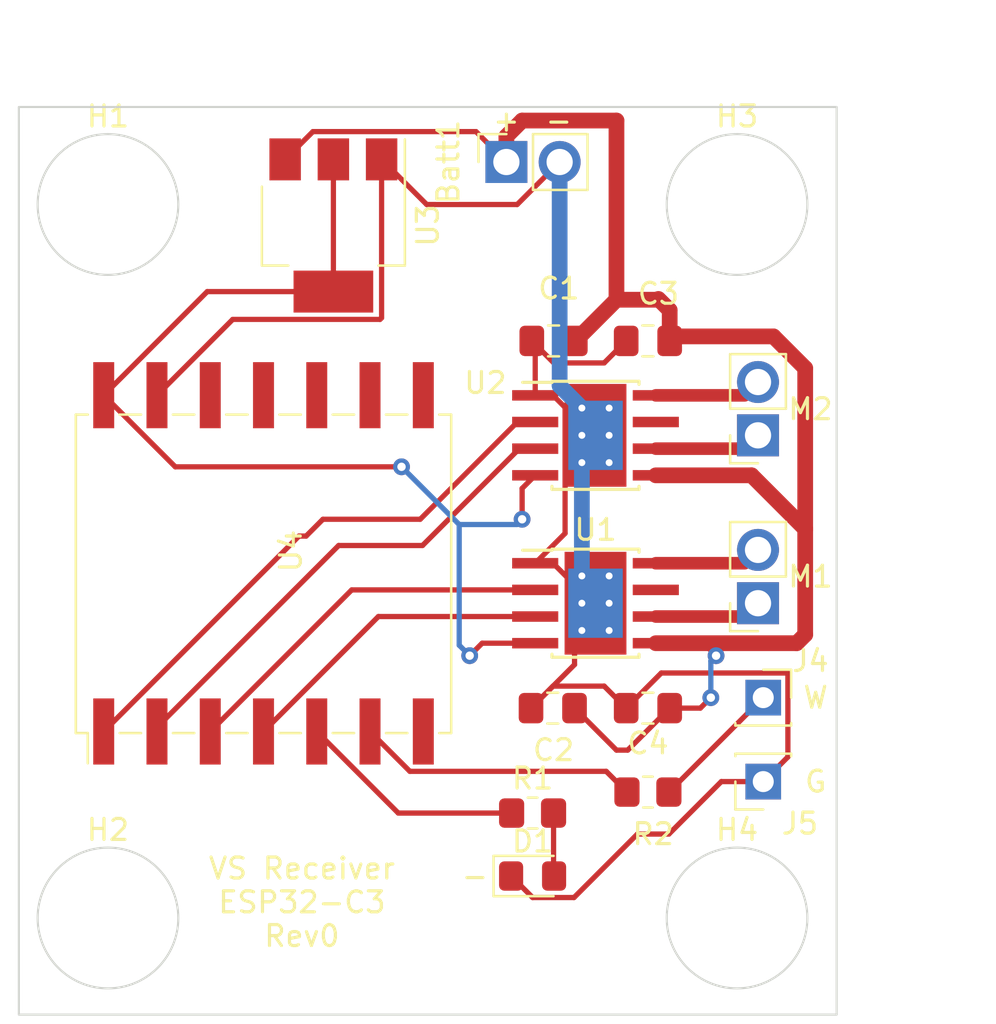
<source format=kicad_pcb>
(kicad_pcb (version 20211014) (generator pcbnew)
  (layers (0 "F.Cu" signal) (31 "B.Cu" signal) (34 "B.Paste" user) (35 "F.Paste" user) (36 "B.SilkS" user "B.Silkscreen") (37 "F.SilkS" user "F.Silkscreen") (38 "B.Mask" user) (39 "F.Mask" user) (44 "Edge.Cuts" user))
  (net 0 "")
  (net 1 "+12V")
  (net 2 "GND")
  (net 3 "Net-(D1-Pad2)")
  (net 4 "Net-(M1-Pad1)")
  (net 5 "Net-(M1-Pad2)")
  (net 6 "Net-(M2-Pad1)")
  (net 7 "Net-(M2-Pad2)")
  (net 8 "Net-(J4-Pad1)")
  (net 9 "Net-(R1-Pad1)")
  (net 10 "Net-(R2-Pad1)")
  (net 11 "Net-(U1-Pad2)")
  (net 12 "Net-(U1-Pad3)")
  (net 13 "+3V3")
  (net 14 "Net-(U2-Pad2)")
  (net 15 "Net-(U2-Pad3)")
  (footprint "MountingHole:MountingHole_3.2mm_M3" (layer "F.Cu") (at 180.75 115)
    (fp_text reference "H4" (at 0 -4.2) (layer "F.SilkS"))
    (fp_text value "MountingHole")
    (pad "" np_thru_hole circle (at 0 0) (size 3.2 3.2) (drill 3.2) (layers *.Cu *.Mask))
  )
  (footprint "Espressif:ESP32-C3" (layer "F.Cu") (at 159.9675 97.5125 90)
    (fp_text reference "U4" (at 0 -0.5 90 unlocked) (layer "F.SilkS"))
    (fp_text value "ESP32-C3-MINI-1")
    (fp_line (start 6.5 -6.12) (end 6.5 -5.1) (layer "F.SilkS") (width 0.12))
    (fp_line (start -8.675 4.04) (end -8.675 5.06) (layer "F.SilkS") (width 0.12))
    (fp_line (start -10.115 -10.18) (end -8.675 -10.18) (layer "F.SilkS") (width 0.12))
    (fp_line (start -8.675 -6.12) (end -8.675 -5.1) (layer "F.SilkS") (width 0.12))
    (fp_line (start 6.5 -1.04) (end 6.5 -0.02) (layer "F.SilkS") (width 0.12))
    (fp_line (start -8.675 -1.04) (end -8.675 -0.02) (layer "F.SilkS") (width 0.12))
    (fp_line (start -8.675 -10.75) (end -8.675 -10.18) (layer "F.SilkS") (width 0.12))
    (fp_line (start 6.5 6.58) (end 6.5 7.15) (layer "F.SilkS") (width 0.12))
    (fp_line (start 6.5 -3.58) (end 6.5 -2.56) (layer "F.SilkS") (width 0.12))
    (fp_line (start -8.675 1.5) (end -8.675 2.52) (layer "F.SilkS") (width 0.12))
    (fp_line (start -8.675 -10.75) (end 6.5 -10.75) (layer "F.SilkS") (width 0.12))
    (fp_line (start 6.5 -8.66) (end 6.5 -7.64) (layer "F.SilkS") (width 0.12))
    (fp_line (start 6.5 -10.75) (end 6.5 -10.18) (layer "F.SilkS") (width 0.12))
    (fp_line (start -8.675 6.58) (end -8.675 7.15) (layer "F.SilkS") (width 0.12))
    (fp_line (start 6.5 1.5) (end 6.5 2.52) (layer "F.SilkS") (width 0.12))
    (fp_line (start -8.675 -3.58) (end -8.675 -2.56) (layer "F.SilkS") (width 0.12))
    (fp_line (start 6.5 4.04) (end 6.5 5.06) (layer "F.SilkS") (width 0.12))
    (fp_line (start -8.675 -8.66) (end -8.675 -7.64) (layer "F.SilkS") (width 0.12))
    (fp_line (start -8.675 7.15) (end 6.5 7.15) (layer "F.SilkS") (width 0.12))
    (pad "1" smd rect (at 7.425 -6.88 90) (size 3.15 1) (layers "F.Cu" "F.Paste" "F.Mask") (net 2 "GND"))
    (pad "3" smd rect (at 7.425 -9.42 90) (size 3.15 1) (layers "F.Cu" "F.Paste" "F.Mask") (net 13 "+3V3"))
    (pad "5" smd rect (at -8.6 -4.34 90) (size 3.15 1) (layers "F.Cu" "F.Paste" "F.Mask") (net 11 "Net-(U1-Pad2)"))
    (pad "6" smd rect (at -8.6 -1.8 90) (size 3.15 1) (layers "F.Cu" "F.Paste" "F.Mask") (net 12 "Net-(U1-Pad3)"))
    (pad "12" smd rect (at -8.6 -9.42 90) (size 3.15 1) (layers "F.Cu" "F.Paste" "F.Mask") (net 14 "Net-(U2-Pad2)"))
    (pad "13" smd rect (at -8.6 -6.88 90) (size 3.15 1) (layers "F.Cu" "F.Paste" "F.Mask") (net 15 "Net-(U2-Pad3)"))
    (pad "16" smd rect (at 7.425 -1.8 90) (size 3.15 1) (layers "F.Cu" "F.Paste" "F.Mask"))
    (pad "18" smd rect (at -8.6 0.74 90) (size 3.15 1) (layers "F.Cu" "F.Paste" "F.Mask") (net 9 "Net-(R1-Pad1)"))
    (pad "19" smd rect (at -8.6 3.28 90) (size 3.15 1) (layers "F.Cu" "F.Paste" "F.Mask") (net 10 "Net-(R2-Pad1)"))
    (pad "20" smd rect (at -8.6 5.82 90) (size 3.15 1) (layers "F.Cu" "F.Paste" "F.Mask"))
    (pad "21" smd rect (at 7.425 5.82 90) (size 3.15 1) (layers "F.Cu" "F.Paste" "F.Mask"))
    (pad "22" smd rect (at 7.425 3.28 90) (size 3.15 1) (layers "F.Cu" "F.Paste" "F.Mask"))
    (pad "23" smd rect (at 7.425 0.74 90) (size 3.15 1) (layers "F.Cu" "F.Paste" "F.Mask"))
    (pad "35" smd rect (at 7.425 -4.34 90) (size 3.15 1) (layers "F.Cu" "F.Paste" "F.Mask"))
  )
  (footprint "Capacitor_SMD:C_0805_2012Metric_Pad1.18x1.45mm_HandSolder" (layer "F.Cu") (at 176.5 87.5 180)
    (fp_text reference "C3" (at -0.5 2.25) (layer "F.SilkS"))
    (fp_text value "47 uF")
    (fp_line (start -0.261252 -0.735) (end 0.261252 -0.735) (layer "F.SilkS") (width 0.12))
    (fp_line (start -0.261252 0.735) (end 0.261252 0.735) (layer "F.SilkS") (width 0.12))
    (pad "1" smd roundrect (at -1.0375 0 180) (size 1.175 1.45) (layers "F.Cu" "F.Paste" "F.Mask") (roundrect_rratio 0.2127659574) (net 1 "+12V"))
    (pad "2" smd roundrect (at 1.0375 0 180) (size 1.175 1.45) (layers "F.Cu" "F.Paste" "F.Mask") (roundrect_rratio 0.2127659574) (net 2 "GND"))
  )
  (footprint "MountingHole:MountingHole_3.2mm_M3" (layer "F.Cu") (at 180.75 81)
    (fp_text reference "H3" (at 0 -4.2) (layer "F.SilkS"))
    (fp_text value "MountingHole")
    (pad "" np_thru_hole circle (at 0 0) (size 3.2 3.2) (drill 3.2) (layers *.Cu *.Mask))
  )
  (footprint "Capacitor_SMD:C_0805_2012Metric_Pad1.18x1.45mm_HandSolder" (layer "F.Cu") (at 171.9625 105 180)
    (fp_text reference "C2" (at -0.0375 -2) (layer "F.SilkS"))
    (fp_text value "0.1 uF")
    (fp_line (start -0.261252 -0.735) (end 0.261252 -0.735) (layer "F.SilkS") (width 0.12))
    (fp_line (start -0.261252 0.735) (end 0.261252 0.735) (layer "F.SilkS") (width 0.12))
    (pad "1" smd roundrect (at -1.0375 0 180) (size 1.175 1.45) (layers "F.Cu" "F.Paste" "F.Mask") (roundrect_rratio 0.2127659574) (net 1 "+12V"))
    (pad "2" smd roundrect (at 1.0375 0 180) (size 1.175 1.45) (layers "F.Cu" "F.Paste" "F.Mask") (roundrect_rratio 0.2127659574) (net 2 "GND"))
  )
  (footprint "Resistor_SMD:R_0805_2012Metric_Pad1.20x1.40mm_HandSolder" (layer "F.Cu") (at 176.5 109)
    (fp_text reference "R2" (at 0.25 2) (layer "F.SilkS"))
    (fp_text value "200 ohm")
    (fp_line (start -0.227064 0.735) (end 0.227064 0.735) (layer "F.SilkS") (width 0.12))
    (fp_line (start -0.227064 -0.735) (end 0.227064 -0.735) (layer "F.SilkS") (width 0.12))
    (pad "1" smd roundrect (at -1 0) (size 1.2 1.4) (layers "F.Cu" "F.Paste" "F.Mask") (roundrect_rratio 0.2083333333) (net 10 "Net-(R2-Pad1)"))
    (pad "2" smd roundrect (at 1 0) (size 1.2 1.4) (layers "F.Cu" "F.Paste" "F.Mask") (roundrect_rratio 0.2083333333) (net 8 "Net-(J4-Pad1)"))
  )
  (footprint "Resistor_SMD:R_0805_2012Metric_Pad1.20x1.40mm_HandSolder" (layer "F.Cu") (at 171 110)
    (fp_text reference "R1" (at 0 -1.65) (layer "F.SilkS"))
    (fp_text value "680 ohm")
    (fp_line (start -0.227064 -0.735) (end 0.227064 -0.735) (layer "F.SilkS") (width 0.12))
    (fp_line (start -0.227064 0.735) (end 0.227064 0.735) (layer "F.SilkS") (width 0.12))
    (pad "1" smd roundrect (at -1 0) (size 1.2 1.4) (layers "F.Cu" "F.Paste" "F.Mask") (roundrect_rratio 0.2083333333) (net 9 "Net-(R1-Pad1)"))
    (pad "2" smd roundrect (at 1 0) (size 1.2 1.4) (layers "F.Cu" "F.Paste" "F.Mask") (roundrect_rratio 0.2083333333) (net 3 "Net-(D1-Pad2)"))
  )
  (footprint "Package_TO_SOT_SMD:SOT-223-3_TabPin2" (layer "F.Cu") (at 161.5 82 -90)
    (fp_text reference "U3" (at 0 -4.5 90) (layer "F.SilkS"))
    (fp_text value "AMS1117-3.3")
    (fp_line (start 1.91 -3.41) (end 1.91 -2.15) (layer "F.SilkS") (width 0.12))
    (fp_line (start -4.1 -3.41) (end 1.91 -3.41) (layer "F.SilkS") (width 0.12))
    (fp_line (start -1.85 3.41) (end 1.91 3.41) (layer "F.SilkS") (width 0.12))
    (fp_line (start 1.91 3.41) (end 1.91 2.15) (layer "F.SilkS") (width 0.12))
    (pad "1" smd rect (at -3.15 -2.3 270) (size 2 1.5) (layers "F.Cu" "F.Paste" "F.Mask") (net 2 "GND"))
    (pad "2" smd rect (at 3.15 0 270) (size 2 3.8) (layers "F.Cu" "F.Paste" "F.Mask") (net 13 "+3V3"))
    (pad "2" smd rect (at -3.15 0 270) (size 2 1.5) (layers "F.Cu" "F.Paste" "F.Mask") (net 13 "+3V3"))
    (pad "3" smd rect (at -3.15 2.3 270) (size 2 1.5) (layers "F.Cu" "F.Paste" "F.Mask") (net 1 "+12V"))
  )
  (footprint "Connector_PinSocket_2.54mm:PinSocket_1x01_P2.54mm_Vertical" (layer "F.Cu") (at 182 108.5 180)
    (fp_text reference "J5" (at -1.75 -2) (layer "F.SilkS"))
    (fp_text value "Conn_01x01_Female-weapon")
    (fp_line (start -1.33 1.33) (end 1.33 1.33) (layer "F.SilkS") (width 0.12))
    (fp_line (start 1.33 1.21) (end 1.33 1.33) (layer "F.SilkS") (width 0.12))
    (fp_line (start 1.33 -1.33) (end 1.33 0) (layer "F.SilkS") (width 0.12))
    (fp_line (start -1.33 1.21) (end -1.33 1.33) (layer "F.SilkS") (width 0.12))
    (fp_line (start 0 -1.33) (end 1.33 -1.33) (layer "F.SilkS") (width 0.12))
    (pad "1" thru_hole rect (at 0 0 180) (size 1.7 1.7) (drill 1) (layers *.Cu *.Mask) (net 2 "GND"))
  )
  (footprint "Connector_PinSocket_2.54mm:PinSocket_1x02_P2.54mm_Vertical" (layer "F.Cu") (at 181.75 100 180)
    (fp_text reference "M1" (at -2.5 1.27) (layer "F.SilkS"))
    (fp_text value "Conn_01x02_Female")
    (fp_line (start -1.33 1.27) (end -1.33 3.87) (layer "F.SilkS") (width 0.12))
    (fp_line (start 1.33 1.27) (end 1.33 3.87) (layer "F.SilkS") (width 0.12))
    (fp_line (start 0 -1.33) (end 1.33 -1.33) (layer "F.SilkS") (width 0.12))
    (fp_line (start -1.33 3.87) (end 1.33 3.87) (layer "F.SilkS") (width 0.12))
    (fp_line (start 1.33 -1.33) (end 1.33 0) (layer "F.SilkS") (width 0.12))
    (fp_line (start -1.33 1.27) (end 1.33 1.27) (layer "F.SilkS") (width 0.12))
    (pad "1" thru_hole rect (at 0 0 180) (size 2 2) (drill 1.25) (layers *.Cu *.Mask) (net 4 "Net-(M1-Pad1)"))
    (pad "2" thru_hole oval (at 0 2.54 180) (size 2 2) (drill 1.25) (layers *.Cu *.Mask) (net 5 "Net-(M1-Pad2)"))
  )
  (footprint "Capacitor_SMD:C_0805_2012Metric_Pad1.18x1.45mm_HandSolder" (layer "F.Cu") (at 176.5 105 180)
    (fp_text reference "C4" (at 0 -1.68) (layer "F.SilkS"))
    (fp_text value "47uF")
    (fp_line (start -0.261252 0.735) (end 0.261252 0.735) (layer "F.SilkS") (width 0.12))
    (fp_line (start -0.261252 -0.735) (end 0.261252 -0.735) (layer "F.SilkS") (width 0.12))
    (pad "1" smd roundrect (at -1.0375 0 180) (size 1.175 1.45) (layers "F.Cu" "F.Paste" "F.Mask") (roundrect_rratio 0.2127659574) (net 1 "+12V"))
    (pad "2" smd roundrect (at 1.0375 0 180) (size 1.175 1.45) (layers "F.Cu" "F.Paste" "F.Mask") (roundrect_rratio 0.2127659574) (net 2 "GND"))
  )
  (footprint "MountingHole:MountingHole_3.2mm_M3" (layer "F.Cu") (at 150.75 115)
    (fp_text reference "H2" (at 0 -4.2) (layer "F.SilkS"))
    (fp_text value "MountingHole")
    (pad "" np_thru_hole circle (at 0 0) (size 3.2 3.2) (drill 3.2) (layers *.Cu *.Mask))
  )
  (footprint "MountingHole:MountingHole_3.2mm_M3" (layer "F.Cu") (at 150.75 81)
    (fp_text reference "H1" (at 0 -4.2) (layer "F.SilkS"))
    (fp_text value "MountingHole")
    (pad "" np_thru_hole circle (at 0 0) (size 3.2 3.2) (drill 3.2) (layers *.Cu *.Mask))
  )
  (footprint "Connector_PinSocket_2.54mm:PinSocket_1x01_P2.54mm_Vertical" (layer "F.Cu") (at 182 104.5)
    (fp_text reference "J4" (at 2.25 -1.75) (layer "F.SilkS"))
    (fp_text value "Conn_01x01_Female-weapon")
    (fp_line (start 0 -1.33) (end 1.33 -1.33) (layer "F.SilkS") (width 0.12))
    (fp_line (start -1.33 1.33) (end 1.33 1.33) (layer "F.SilkS") (width 0.12))
    (fp_line (start 1.33 1.21) (end 1.33 1.33) (layer "F.SilkS") (width 0.12))
    (fp_line (start -1.33 1.21) (end -1.33 1.33) (layer "F.SilkS") (width 0.12))
    (fp_line (start 1.33 -1.33) (end 1.33 0) (layer "F.SilkS") (width 0.12))
    (pad "1" thru_hole rect (at 0 0) (size 1.7 1.7) (drill 1) (layers *.Cu *.Mask) (net 8 "Net-(J4-Pad1)"))
  )
  (footprint "Connector_PinSocket_2.54mm:PinSocket_1x02_P2.54mm_Vertical" (layer "F.Cu") (at 181.75 92 180)
    (fp_text reference "M2" (at -2.5 1.25) (layer "F.SilkS"))
    (fp_text value "Conn_01x02_Female")
    (fp_line (start -1.33 1.27) (end -1.33 3.87) (layer "F.SilkS") (width 0.12))
    (fp_line (start -1.33 3.87) (end 1.33 3.87) (layer "F.SilkS") (width 0.12))
    (fp_line (start 0 -1.33) (end 1.33 -1.33) (layer "F.SilkS") (width 0.12))
    (fp_line (start -1.33 1.27) (end 1.33 1.27) (layer "F.SilkS") (width 0.12))
    (fp_line (start 1.33 1.27) (end 1.33 3.87) (layer "F.SilkS") (width 0.12))
    (fp_line (start 1.33 -1.33) (end 1.33 0) (layer "F.SilkS") (width 0.12))
    (pad "1" thru_hole rect (at 0 0 180) (size 2 2) (drill 1.25) (layers *.Cu *.Mask) (net 6 "Net-(M2-Pad1)"))
    (pad "2" thru_hole oval (at 0 2.54 180) (size 2 2) (drill 1.25) (layers *.Cu *.Mask) (net 7 "Net-(M2-Pad2)"))
  )
  (footprint "Package_SO:Texas_HTSOP-8-1EP_3.9x4.9mm_P1.27mm_EP2.95x4.9mm_Mask2.4x3.1mm_ThermalVias" (layer "F.Cu") (at 174 100)
    (fp_text reference "U1" (at 0 -3.5) (layer "F.SilkS"))
    (fp_text value "DRV8870DDA")
    (fp_line (start -2.075 2.575) (end -2.075 2.43) (layer "F.SilkS") (width 0.15))
    (fp_line (start 2.075 2.575) (end 2.075 2.43) (layer "F.SilkS") (width 0.15))
    (fp_line (start -2.075 -2.575) (end -2.075 -2.525) (layer "F.SilkS") (width 0.15))
    (fp_line (start -2.075 2.575) (end 2.075 2.575) (layer "F.SilkS") (width 0.15))
    (fp_line (start -2.075 -2.525) (end -3.475 -2.525) (layer "F.SilkS") (width 0.15))
    (fp_line (start -2.075 -2.575) (end 2.075 -2.575) (layer "F.SilkS") (width 0.15))
    (fp_line (start 2.075 -2.575) (end 2.075 -2.43) (layer "F.SilkS") (width 0.15))
    (pad "1" smd rect (at -2.875 -1.905) (size 2.2 0.5) (layers "F.Cu" "F.Paste" "F.Mask") (net 2 "GND"))
    (pad "2" smd rect (at -2.875 -0.635) (size 2.2 0.5) (layers "F.Cu" "F.Paste" "F.Mask") (net 11 "Net-(U1-Pad2)"))
    (pad "3" smd rect (at -2.875 0.635) (size 2.2 0.5) (layers "F.Cu" "F.Paste" "F.Mask") (net 12 "Net-(U1-Pad3)"))
    (pad "4" smd rect (at -2.875 1.905) (size 2.2 0.5) (layers "F.Cu" "F.Paste" "F.Mask") (net 13 "+3V3"))
    (pad "5" smd rect (at 2.875 1.905) (size 2.2 0.5) (layers "F.Cu" "F.Paste" "F.Mask") (net 1 "+12V"))
    (pad "6" smd rect (at 2.875 0.635) (size 2.2 0.5) (layers "F.Cu" "F.Paste" "F.Mask") (net 4 "Net-(M1-Pad1)"))
    (pad "7" smd rect (at 2.875 -0.635) (size 2.2 0.5) (layers "F.Cu" "F.Paste" "F.Mask") (net 2 "GND"))
    (pad "8" smd rect (at 2.875 -1.905) (size 2.2 0.5) (layers "F.Cu" "F.Paste" "F.Mask") (net 5 "Net-(M1-Pad2)"))
    (pad "9" thru_hole circle (at 0.65 1.3) (size 0.63 0.63) (drill 0.33) (layers *.Cu *.Mask) (net 2 "GND"))
    (pad "9" smd rect (at 0 0) (size 2.6 3.3) (layers "B.Cu") (net 2 "GND"))
    (pad "9" thru_hole circle (at -0.65 0) (size 0.63 0.63) (drill 0.33) (layers *.Cu *.Mask) (net 2 "GND"))
    (pad "9" thru_hole circle (at 0.65 0) (size 0.63 0.63) (drill 0.33) (layers *.Cu *.Mask) (net 2 "GND"))
    (pad "9" thru_hole circle (at 0.65 -1.3) (size 0.63 0.63) (drill 0.33) (layers *.Cu *.Mask) (net 2 "GND"))
    (pad "9" smd rect (at 0 0) (size 2.95 4.9) (layers "F.Cu") (net 2 "GND"))
    (pad "9" thru_hole circle (at -0.65 -1.3) (size 0.63 0.63) (drill 0.33) (layers *.Cu *.Mask) (net 2 "GND"))
    (pad "9" thru_hole circle (at -0.65 1.3) (size 0.63 0.63) (drill 0.33) (layers *.Cu *.Mask) (net 2 "GND"))
  )
  (footprint "LED_SMD:LED_0805_2012Metric_Pad1.15x1.40mm_HandSolder" (layer "F.Cu") (at 171 113)
    (fp_text reference "D1" (at 0 -1.65) (layer "F.SilkS"))
    (fp_text value "LED")
    (fp_line (start -1.86 -0.96) (end -1.86 0.96) (layer "F.SilkS") (width 0.12))
    (fp_line (start -1.86 0.96) (end 1 0.96) (layer "F.SilkS") (width 0.12))
    (fp_line (start 1 -0.96) (end -1.86 -0.96) (layer "F.SilkS") (width 0.12))
    (pad "1" smd roundrect (at -1.025 0) (size 1.15 1.4) (layers "F.Cu" "F.Paste" "F.Mask") (roundrect_rratio 0.2173913043) (net 2 "GND"))
    (pad "2" smd roundrect (at 1.025 0) (size 1.15 1.4) (layers "F.Cu" "F.Paste" "F.Mask") (roundrect_rratio 0.2173913043) (net 3 "Net-(D1-Pad2)"))
  )
  (footprint "Package_SO:Texas_HTSOP-8-1EP_3.9x4.9mm_P1.27mm_EP2.95x4.9mm_Mask2.4x3.1mm_ThermalVias" (layer "F.Cu") (at 174 92)
    (fp_text reference "U2" (at -5.25 -2.5) (layer "F.SilkS"))
    (fp_text value "DRV8870DDA")
    (fp_line (start 2.075 -2.575) (end 2.075 -2.43) (layer "F.SilkS") (width 0.15))
    (fp_line (start -2.075 2.575) (end -2.075 2.43) (layer "F.SilkS") (width 0.15))
    (fp_line (start 2.075 2.575) (end 2.075 2.43) (layer "F.SilkS") (width 0.15))
    (fp_line (start -2.075 -2.525) (end -3.475 -2.525) (layer "F.SilkS") (width 0.15))
    (fp_line (start -2.075 2.575) (end 2.075 2.575) (layer "F.SilkS") (width 0.15))
    (fp_line (start -2.075 -2.575) (end -2.075 -2.525) (layer "F.SilkS") (width 0.15))
    (fp_line (start -2.075 -2.575) (end 2.075 -2.575) (layer "F.SilkS") (width 0.15))
    (pad "1" smd rect (at -2.875 -1.905) (size 2.2 0.5) (layers "F.Cu" "F.Paste" "F.Mask") (net 2 "GND"))
    (pad "2" smd rect (at -2.875 -0.635) (size 2.2 0.5) (layers "F.Cu" "F.Paste" "F.Mask") (net 14 "Net-(U2-Pad2)"))
    (pad "3" smd rect (at -2.875 0.635) (size 2.2 0.5) (layers "F.Cu" "F.Paste" "F.Mask") (net 15 "Net-(U2-Pad3)"))
    (pad "4" smd rect (at -2.875 1.905) (size 2.2 0.5) (layers "F.Cu" "F.Paste" "F.Mask") (net 13 "+3V3"))
    (pad "5" smd rect (at 2.875 1.905) (size 2.2 0.5) (layers "F.Cu" "F.Paste" "F.Mask") (net 1 "+12V"))
    (pad "6" smd rect (at 2.875 0.635) (size 2.2 0.5) (layers "F.Cu" "F.Paste" "F.Mask") (net 6 "Net-(M2-Pad1)"))
    (pad "7" smd rect (at 2.875 -0.635) (size 2.2 0.5) (layers "F.Cu" "F.Paste" "F.Mask") (net 2 "GND"))
    (pad "8" smd rect (at 2.875 -1.905) (size 2.2 0.5) (layers "F.Cu" "F.Paste" "F.Mask") (net 7 "Net-(M2-Pad2)"))
    (pad "9" thru_hole circle (at 0.65 1.3) (size 0.63 0.63) (drill 0.33) (layers *.Cu *.Mask) (net 2 "GND"))
    (pad "9" smd rect (at 0 0) (size 2.6 3.3) (layers "B.Cu") (net 2 "GND"))
    (pad "9" thru_hole circle (at -0.65 0) (size 0.63 0.63) (drill 0.33) (layers *.Cu *.Mask) (net 2 "GND"))
    (pad "9" thru_hole circle (at -0.65 -1.3) (size 0.63 0.63) (drill 0.33) (layers *.Cu *.Mask) (net 2 "GND"))
    (pad "9" thru_hole circle (at -0.65 1.3) (size 0.63 0.63) (drill 0.33) (layers *.Cu *.Mask) (net 2 "GND"))
    (pad "9" smd rect (at 0 0) (size 2.95 4.9) (layers "F.Cu") (net 2 "GND"))
    (pad "9" thru_hole circle (at 0.65 -1.3) (size 0.63 0.63) (drill 0.33) (layers *.Cu *.Mask) (net 2 "GND"))
    (pad "9" thru_hole circle (at 0.65 0) (size 0.63 0.63) (drill 0.33) (layers *.Cu *.Mask) (net 2 "GND"))
  )
  (footprint "Connector_PinSocket_2.54mm:PinSocket_1x02_P2.54mm_Vertical" (layer "F.Cu") (at 169.75 78.975 90)
    (fp_text reference "Batt1" (at 0 -2.77 90) (layer "F.SilkS"))
    (fp_text value "Conn_01x02_Female")
    (fp_line (start -1.33 1.27) (end -1.33 3.87) (layer "F.SilkS") (width 0.12))
    (fp_line (start -1.33 1.27) (end 1.33 1.27) (layer "F.SilkS") (width 0.12))
    (fp_line (start 0 -1.33) (end 1.33 -1.33) (layer "F.SilkS") (width 0.12))
    (fp_line (start 1.33 1.27) (end 1.33 3.87) (layer "F.SilkS") (width 0.12))
    (fp_line (start -1.33 3.87) (end 1.33 3.87) (layer "F.SilkS") (width 0.12))
    (fp_line (start 1.33 -1.33) (end 1.33 0) (layer "F.SilkS") (width 0.12))
    (pad "1" thru_hole rect (at 0 0 90) (size 2 2) (drill 1.25) (layers *.Cu *.Mask) (net 1 "+12V"))
    (pad "2" thru_hole oval (at 0 2.54 90) (size 2 2) (drill 1.25) (layers *.Cu *.Mask) (net 2 "GND"))
  )
  (footprint "Capacitor_SMD:C_0805_2012Metric_Pad1.18x1.45mm_HandSolder" (layer "F.Cu") (at 172 87.5 180)
    (fp_text reference "C1" (at -0.25 2.5) (layer "F.SilkS"))
    (fp_text value ".1 uF")
    (fp_line (start -0.261252 0.735) (end 0.261252 0.735) (layer "F.SilkS") (width 0.12))
    (fp_line (start -0.261252 -0.735) (end 0.261252 -0.735) (layer "F.SilkS") (width 0.12))
    (pad "1" smd roundrect (at -1.0375 0 180) (size 1.175 1.45) (layers "F.Cu" "F.Paste" "F.Mask") (roundrect_rratio 0.2127659574) (net 1 "+12V"))
    (pad "2" smd roundrect (at 1.0375 0 180) (size 1.175 1.45) (layers "F.Cu" "F.Paste" "F.Mask") (roundrect_rratio 0.2127659574) (net 2 "GND"))
  )
  (gr_circle (center 150.75 115) (end 153.75 116.5) (layer "Edge.Cuts") (width 0.1) (fill none))
  (gr_rect (start 146.5 76.354101) (end 185.5 119.604101) (layer "Edge.Cuts") (width 0.1) (fill none))
  (gr_circle (center 180.75 81) (end 183.75 82.5) (layer "Edge.Cuts") (width 0.1) (fill none))
  (gr_circle (center 150.75 81) (end 153.75 82.5) (layer "Edge.Cuts") (width 0.1) (fill none))
  (gr_circle (center 180.75 115) (end 183.75 116.5) (layer "Edge.Cuts") (width 0.1) (fill none))
  (gr_text "-" (at 172.25 77) (layer "F.SilkS") (effects (font (size 1 1))))
  (gr_text "G" (at 184.5 108.5) (layer "F.SilkS") (effects (font (size 1 1))))
  (gr_text "+" (at 169.75 77) (layer "F.SilkS") (effects (font (size 1 1))))
  (gr_text "VS Receiver\nESP32-C3\nRev0" (at 160 114.25) (layer "F.SilkS") (effects (font (size 1 1))))
  (gr_text "W" (at 184.5 104.5) (layer "F.SilkS") (effects (font (size 1 1))))
  (gr_text "-" (at 168.25 113) (layer "F.SilkS") (effects (font (size 1 1))))
  (segment (start 173 105) (end 175 107) (width 0.25) (layer "F.Cu") (net 1))
  (segment (start 173.0375 87.5) (end 175 85.5375) (width 0.75) (layer "F.Cu") (net 1))
  (segment (start 184 88.79899) (end 184 96.460978) (width 0.75) (layer "F.Cu") (net 1))
  (segment (start 177 85.5) (end 177.5375 86.0375) (width 0.75) (layer "F.Cu") (net 1))
  (segment (start 160.524511 77.525489) (end 159.2 78.85) (width 0.25) (layer "F.Cu") (net 1))
  (segment (start 179.75 102.5) (end 179.155 101.905) (width 0.25) (layer "F.Cu") (net 1))
  (segment (start 179.155 101.905) (end 176.875 101.905) (width 0.25) (layer "F.Cu") (net 1))
  (segment (start 181.444022 93.905) (end 176.875 93.905) (width 0.75) (layer "F.Cu") (net 1))
  (segment (start 175 77) (end 175 85.5375) (width 0.75) (layer "F.Cu") (net 1))
  (segment (start 176.9625 85.5375) (end 177 85.5) (width 0.25) (layer "F.Cu") (net 1))
  (segment (start 175 85.5375) (end 176.9625 85.5375) (width 0.75) (layer "F.Cu") (net 1))
  (segment (start 177.5375 87.5) (end 177.752011 87.285489) (width 0.25) (layer "F.Cu") (net 1))
  (segment (start 177.752011 87.285489) (end 182.486499 87.285489) (width 0.75) (layer "F.Cu") (net 1))
  (segment (start 168.300489 77.525489) (end 160.524511 77.525489) (width 0.25) (layer "F.Cu") (net 1))
  (segment (start 184 101.5) (end 184 96.460978) (width 0.75) (layer "F.Cu") (net 1))
  (segment (start 169.75 77.75) (end 170.5 77) (width 0.75) (layer "F.Cu") (net 1))
  (segment (start 170.5 77) (end 175 77) (width 0.75) (layer "F.Cu") (net 1))
  (segment (start 183.595 101.905) (end 184 101.5) (width 0.75) (layer "F.Cu") (net 1))
  (segment (start 175.5375 107) (end 177.5375 105) (width 0.25) (layer "F.Cu") (net 1))
  (segment (start 182.486499 87.285489) (end 184 88.79899) (width 0.75) (layer "F.Cu") (net 1))
  (segment (start 184 96.460978) (end 181.444022 93.905) (width 0.75) (layer "F.Cu") (net 1))
  (segment (start 169.75 78.975) (end 169.75 77.75) (width 0.75) (layer "F.Cu") (net 1))
  (segment (start 179 105) (end 179.5 104.5) (width 0.25) (layer "F.Cu") (net 1))
  (segment (start 177.5375 105) (end 179 105) (width 0.25) (layer "F.Cu") (net 1))
  (segment (start 176.875 101.905) (end 183.595 101.905) (width 0.75) (layer "F.Cu") (net 1))
  (segment (start 177.5375 86.0375) (end 177.5375 87.5) (width 0.75) (layer "F.Cu") (net 1))
  (segment (start 175 107) (end 175.5375 107) (width 0.25) (layer "F.Cu") (net 1))
  (segment (start 169.75 78.975) (end 168.300489 77.525489) (width 0.25) (layer "F.Cu") (net 1))
  (via (at 179.5 104.5) (size 0.8) (drill 0.4) (layers "F.Cu" "B.Cu") (net 1))
  (via (at 179.75 102.5) (size 0.8) (drill 0.4) (layers "F.Cu" "B.Cu") (net 1))
  (segment (start 179.5 104.5) (end 179.5 102.75) (width 0.25) (layer "B.Cu") (net 1))
  (segment (start 179.5 102.75) (end 179.75 102.5) (width 0.25) (layer "B.Cu") (net 1))
  (segment (start 173 102.925) (end 170.925 105) (width 0.25) (layer "F.Cu") (net 2))
  (segment (start 163.8 86.399022) (end 163.8 78.85) (width 0.25) (layer "F.Cu") (net 2))
  (segment (start 180 108.5) (end 182 108.5) (width 0.25) (layer "F.Cu") (net 2))
  (segment (start 171.975 98.095) (end 173 99.12) (width 0.25) (layer "F.Cu") (net 2))
  (segment (start 169.975 113) (end 170.99952 114.02452) (width 0.25) (layer "F.Cu") (net 2))
  (segment (start 171.97452 103.95048) (end 170.925 105) (width 0.25) (layer "F.Cu") (net 2))
  (segment (start 170.265 81) (end 172.29 78.975) (width 0.25) (layer "F.Cu") (net 2))
  (segment (start 172.549511 96.670489) (end 171.125 98.095) (width 0.25) (layer "F.Cu") (net 2))
  (segment (start 175.4625 105) (end 174.41298 103.95048) (width 0.25) (layer "F.Cu") (net 2))
  (segment (start 171.125 98.095) (end 171.975 98.095) (width 0.25) (layer "F.Cu") (net 2))
  (segment (start 156.700489 86.474511) (end 163.724511 86.474511) (width 0.25) (layer "F.Cu") (net 2))
  (segment (start 182 108.5) (end 183.174511 107.325489) (width 0.25) (layer "F.Cu") (net 2))
  (segment (start 172.549511 90.669511) (end 172.549511 96.670489) (width 0.25) (layer "F.Cu") (net 2))
  (segment (start 170.9625 87.5) (end 171.125 87.6625) (width 0.25) (layer "F.Cu") (net 2))
  (segment (start 163.8 78.85) (end 165.95 81) (width 0.25) (layer "F.Cu") (net 2))
  (segment (start 163.724511 86.474511) (end 163.8 86.399022) (width 0.25) (layer "F.Cu") (net 2))
  (segment (start 177.137011 103.325489) (end 175.4625 105) (width 0.25) (layer "F.Cu") (net 2))
  (segment (start 173 99.12) (end 173 102.925) (width 0.25) (layer "F.Cu") (net 2))
  (segment (start 165.95 81) (end 170.265 81) (width 0.25) (layer "F.Cu") (net 2))
  (segment (start 153.0875 90.0875) (end 156.700489 86.474511) (width 0.25) (layer "F.Cu") (net 2))
  (segment (start 183.174511 103.325489) (end 177.137011 103.325489) (width 0.25) (layer "F.Cu") (net 2))
  (segment (start 183.174511 107.325489) (end 183.174511 103.325489) (width 0.25) (layer "F.Cu") (net 2))
  (segment (start 171.975 90.095) (end 171.125 90.095) (width 0.25) (layer "F.Cu") (net 2))
  (segment (start 174.41298 103.95048) (end 171.97452 103.95048) (width 0.25) (layer "F.Cu") (net 2))
  (segment (start 174.41298 88.54952) (end 172.01202 88.54952) (width 0.25) (layer "F.Cu") (net 2))
  (segment (start 171.125 87.6625) (end 171.125 90.095) (width 0.25) (layer "F.Cu") (net 2))
  (segment (start 175.4625 87.5) (end 174.41298 88.54952) (width 0.25) (layer "F.Cu") (net 2))
  (segment (start 176 111) (end 177.5 111) (width 0.25) (layer "F.Cu") (net 2))
  (segment (start 172.97548 114.02452) (end 176 111) (width 0.25) (layer "F.Cu") (net 2))
  (segment (start 170.99952 114.02452) (end 172.97548 114.02452) (width 0.25) (layer "F.Cu") (net 2))
  (segment (start 177.5 111) (end 180 108.5) (width 0.25) (layer "F.Cu") (net 2))
  (segment (start 171.975 90.095) (end 172.549511 90.669511) (width 0.25) (layer "F.Cu") (net 2))
  (segment (start 172.01202 88.54952) (end 170.9625 87.5) (width 0.25) (layer "F.Cu") (net 2))
  (segment (start 173.35 93.3) (end 173.35 98.7) (width 0.75) (layer "B.Cu") (net 2))
  (segment (start 172.29 78.975) (end 172.29 89.64) (width 0.75) (layer "B.Cu") (net 2))
  (segment (start 172.29 89.64) (end 173.35 90.7) (width 0.75) (layer "B.Cu") (net 2))
  (segment (start 172 110) (end 172 112.975) (width 0.25) (layer "F.Cu") (net 3))
  (segment (start 172 112.975) (end 172.025 113) (width 0.25) (layer "F.Cu") (net 3))
  (segment (start 176.875 100.635) (end 181.115 100.635) (width 0.6) (layer "F.Cu") (net 4))
  (segment (start 181.115 100.635) (end 181.75 100) (width 0.25) (layer "F.Cu") (net 4))
  (segment (start 181.115 98.095) (end 181.75 97.46) (width 0.25) (layer "F.Cu") (net 5))
  (segment (start 176.875 98.095) (end 181.115 98.095) (width 0.6) (layer "F.Cu") (net 5))
  (segment (start 176.875 92.635) (end 181.115 92.635) (width 0.6) (layer "F.Cu") (net 6))
  (segment (start 181.115 92.635) (end 181.75 92) (width 0.25) (layer "F.Cu") (net 6))
  (segment (start 176.875 90.095) (end 181.115 90.095) (width 0.6) (layer "F.Cu") (net 7))
  (segment (start 181.115 90.095) (end 181.75 89.46) (width 0.25) (layer "F.Cu") (net 7))
  (segment (start 177.5 109) (end 182 104.5) (width 0.25) (layer "F.Cu") (net 8))
  (segment (start 170 110) (end 164.595 110) (width 0.25) (layer "F.Cu") (net 9))
  (segment (start 164.595 110) (end 160.7075 106.1125) (width 0.25) (layer "F.Cu") (net 9))
  (segment (start 174.512011 108.012011) (end 175.5 109) (width 0.25) (layer "F.Cu") (net 10))
  (segment (start 165.147011 108.012011) (end 174.512011 108.012011) (width 0.25) (layer "F.Cu") (net 10))
  (segment (start 163.2475 106.1125) (end 165.147011 108.012011) (width 0.25) (layer "F.Cu") (net 10))
  (segment (start 155.6275 106.1125) (end 162.375 99.365) (width 0.25) (layer "F.Cu") (net 11))
  (segment (start 162.375 99.365) (end 171.125 99.365) (width 0.25) (layer "F.Cu") (net 11))
  (segment (start 163.645 100.635) (end 171.125 100.635) (width 0.25) (layer "F.Cu") (net 12))
  (segment (start 158.1675 106.1125) (end 163.645 100.635) (width 0.25) (layer "F.Cu") (net 12))
  (segment (start 170.5 96) (end 170.5 94.53) (width 0.25) (layer "F.Cu") (net 13))
  (segment (start 168.595 101.905) (end 171.125 101.905) (width 0.25) (layer "F.Cu") (net 13))
  (segment (start 170.5 94.53) (end 171.125 93.905) (width 0.25) (layer "F.Cu") (net 13))
  (segment (start 155.485 85.15) (end 161.5 85.15) (width 0.25) (layer "F.Cu") (net 13))
  (segment (start 150.5475 90.0875) (end 155.485 85.15) (width 0.25) (layer "F.Cu") (net 13))
  (segment (start 153.96 93.5) (end 164.75 93.5) (width 0.25) (layer "F.Cu") (net 13))
  (segment (start 168 102.5) (end 168.595 101.905) (width 0.25) (layer "F.Cu") (net 13))
  (segment (start 150.5475 90.0875) (end 153.96 93.5) (width 0.25) (layer "F.Cu") (net 13))
  (segment (start 161.5 78.85) (end 161.5 85.15) (width 0.25) (layer "F.Cu") (net 13))
  (via (at 168 102.5) (size 0.8) (drill 0.4) (layers "F.Cu" "B.Cu") (net 13))
  (via (at 170.5 96) (size 0.8) (drill 0.4) (layers "F.Cu" "B.Cu") (net 13))
  (via (at 164.75 93.5) (size 0.8) (drill 0.4) (layers "F.Cu" "B.Cu") (net 13))
  (segment (start 167.5 96.25) (end 170.25 96.25) (width 0.25) (layer "B.Cu") (net 13))
  (segment (start 170.25 96.25) (end 170.5 96) (width 0.25) (layer "B.Cu") (net 13))
  (segment (start 167.5 96.25) (end 167.5 102) (width 0.25) (layer "B.Cu") (net 13))
  (segment (start 167.5 102) (end 168 102.5) (width 0.25) (layer "B.Cu") (net 13))
  (segment (start 164.75 93.5) (end 167.5 96.25) (width 0.25) (layer "B.Cu") (net 13))
  (segment (start 159.85952 96.80048) (end 160.19952 96.80048) (width 0.25) (layer "F.Cu") (net 14))
  (segment (start 150.5475 106.1125) (end 159.85952 96.80048) (width 0.25) (layer "F.Cu") (net 14))
  (segment (start 170.275 91.365) (end 171.125 91.365) (width 0.25) (layer "F.Cu") (net 14))
  (segment (start 165.64 96) (end 170.275 91.365) (width 0.25) (layer "F.Cu") (net 14))
  (segment (start 160.19952 96.80048) (end 161 96) (width 0.25) (layer "F.Cu") (net 14))
  (segment (start 161 96) (end 165.64 96) (width 0.25) (layer "F.Cu") (net 14))
  (segment (start 153.0875 105.9125) (end 161.75 97.25) (width 0.25) (layer "F.Cu") (net 15))
  (segment (start 161.75 97.25) (end 165.75 97.25) (width 0.25) (layer "F.Cu") (net 15))
  (segment (start 170.365 92.635) (end 171.125 92.635) (width 0.25) (layer "F.Cu") (net 15))
  (segment (start 153.0875 106.1125) (end 153.0875 105.9125) (width 0.25) (layer "F.Cu") (net 15))
  (segment (start 165.75 97.25) (end 170.365 92.635) (width 0.25) (layer "F.Cu") (net 15))
)
</source>
